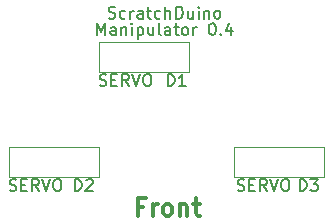
<source format=gto>
G04 (created by PCBNEW (2013-may-18)-stable) date Пт 28 авг 2015 20:41:23*
%MOIN*%
G04 Gerber Fmt 3.4, Leading zero omitted, Abs format*
%FSLAX34Y34*%
G01*
G70*
G90*
G04 APERTURE LIST*
%ADD10C,0.00590551*%
%ADD11C,0.011811*%
%ADD12C,0.00787402*%
%ADD13C,0.00393701*%
G04 APERTURE END LIST*
G54D10*
G54D11*
X50998Y-50479D02*
X50801Y-50479D01*
X50801Y-50789D02*
X50801Y-50198D01*
X51082Y-50198D01*
X51307Y-50789D02*
X51307Y-50395D01*
X51307Y-50507D02*
X51335Y-50451D01*
X51364Y-50423D01*
X51420Y-50395D01*
X51476Y-50395D01*
X51757Y-50789D02*
X51701Y-50760D01*
X51673Y-50732D01*
X51645Y-50676D01*
X51645Y-50507D01*
X51673Y-50451D01*
X51701Y-50423D01*
X51757Y-50395D01*
X51842Y-50395D01*
X51898Y-50423D01*
X51926Y-50451D01*
X51954Y-50507D01*
X51954Y-50676D01*
X51926Y-50732D01*
X51898Y-50760D01*
X51842Y-50789D01*
X51757Y-50789D01*
X52207Y-50395D02*
X52207Y-50789D01*
X52207Y-50451D02*
X52235Y-50423D01*
X52292Y-50395D01*
X52376Y-50395D01*
X52432Y-50423D01*
X52460Y-50479D01*
X52460Y-50789D01*
X52657Y-50395D02*
X52882Y-50395D01*
X52742Y-50198D02*
X52742Y-50704D01*
X52770Y-50760D01*
X52826Y-50789D01*
X52882Y-50789D01*
G54D12*
X49450Y-44759D02*
X49450Y-44365D01*
X49581Y-44646D01*
X49712Y-44365D01*
X49712Y-44759D01*
X50068Y-44759D02*
X50068Y-44553D01*
X50050Y-44515D01*
X50012Y-44496D01*
X49937Y-44496D01*
X49900Y-44515D01*
X50068Y-44740D02*
X50031Y-44759D01*
X49937Y-44759D01*
X49900Y-44740D01*
X49881Y-44703D01*
X49881Y-44665D01*
X49900Y-44628D01*
X49937Y-44609D01*
X50031Y-44609D01*
X50068Y-44590D01*
X50256Y-44496D02*
X50256Y-44759D01*
X50256Y-44534D02*
X50275Y-44515D01*
X50312Y-44496D01*
X50368Y-44496D01*
X50406Y-44515D01*
X50425Y-44553D01*
X50425Y-44759D01*
X50612Y-44759D02*
X50612Y-44496D01*
X50612Y-44365D02*
X50593Y-44384D01*
X50612Y-44403D01*
X50631Y-44384D01*
X50612Y-44365D01*
X50612Y-44403D01*
X50800Y-44496D02*
X50800Y-44890D01*
X50800Y-44515D02*
X50837Y-44496D01*
X50912Y-44496D01*
X50950Y-44515D01*
X50968Y-44534D01*
X50987Y-44571D01*
X50987Y-44684D01*
X50968Y-44721D01*
X50950Y-44740D01*
X50912Y-44759D01*
X50837Y-44759D01*
X50800Y-44740D01*
X51325Y-44496D02*
X51325Y-44759D01*
X51156Y-44496D02*
X51156Y-44703D01*
X51175Y-44740D01*
X51212Y-44759D01*
X51268Y-44759D01*
X51306Y-44740D01*
X51325Y-44721D01*
X51568Y-44759D02*
X51531Y-44740D01*
X51512Y-44703D01*
X51512Y-44365D01*
X51887Y-44759D02*
X51887Y-44553D01*
X51868Y-44515D01*
X51831Y-44496D01*
X51756Y-44496D01*
X51718Y-44515D01*
X51887Y-44740D02*
X51849Y-44759D01*
X51756Y-44759D01*
X51718Y-44740D01*
X51700Y-44703D01*
X51700Y-44665D01*
X51718Y-44628D01*
X51756Y-44609D01*
X51849Y-44609D01*
X51887Y-44590D01*
X52018Y-44496D02*
X52168Y-44496D01*
X52074Y-44365D02*
X52074Y-44703D01*
X52093Y-44740D01*
X52131Y-44759D01*
X52168Y-44759D01*
X52356Y-44759D02*
X52318Y-44740D01*
X52299Y-44721D01*
X52281Y-44684D01*
X52281Y-44571D01*
X52299Y-44534D01*
X52318Y-44515D01*
X52356Y-44496D01*
X52412Y-44496D01*
X52449Y-44515D01*
X52468Y-44534D01*
X52487Y-44571D01*
X52487Y-44684D01*
X52468Y-44721D01*
X52449Y-44740D01*
X52412Y-44759D01*
X52356Y-44759D01*
X52656Y-44759D02*
X52656Y-44496D01*
X52656Y-44571D02*
X52674Y-44534D01*
X52693Y-44515D01*
X52731Y-44496D01*
X52768Y-44496D01*
X53274Y-44365D02*
X53312Y-44365D01*
X53349Y-44384D01*
X53368Y-44403D01*
X53387Y-44440D01*
X53406Y-44515D01*
X53406Y-44609D01*
X53387Y-44684D01*
X53368Y-44721D01*
X53349Y-44740D01*
X53312Y-44759D01*
X53274Y-44759D01*
X53237Y-44740D01*
X53218Y-44721D01*
X53199Y-44684D01*
X53181Y-44609D01*
X53181Y-44515D01*
X53199Y-44440D01*
X53218Y-44403D01*
X53237Y-44384D01*
X53274Y-44365D01*
X53574Y-44721D02*
X53593Y-44740D01*
X53574Y-44759D01*
X53556Y-44740D01*
X53574Y-44721D01*
X53574Y-44759D01*
X53930Y-44496D02*
X53930Y-44759D01*
X53837Y-44346D02*
X53743Y-44628D01*
X53987Y-44628D01*
X49834Y-44190D02*
X49890Y-44209D01*
X49984Y-44209D01*
X50022Y-44190D01*
X50040Y-44171D01*
X50059Y-44134D01*
X50059Y-44096D01*
X50040Y-44059D01*
X50022Y-44040D01*
X49984Y-44021D01*
X49909Y-44003D01*
X49872Y-43984D01*
X49853Y-43965D01*
X49834Y-43928D01*
X49834Y-43890D01*
X49853Y-43853D01*
X49872Y-43834D01*
X49909Y-43815D01*
X50003Y-43815D01*
X50059Y-43834D01*
X50397Y-44190D02*
X50359Y-44209D01*
X50284Y-44209D01*
X50247Y-44190D01*
X50228Y-44171D01*
X50209Y-44134D01*
X50209Y-44021D01*
X50228Y-43984D01*
X50247Y-43965D01*
X50284Y-43946D01*
X50359Y-43946D01*
X50397Y-43965D01*
X50565Y-44209D02*
X50565Y-43946D01*
X50565Y-44021D02*
X50584Y-43984D01*
X50603Y-43965D01*
X50640Y-43946D01*
X50678Y-43946D01*
X50978Y-44209D02*
X50978Y-44003D01*
X50959Y-43965D01*
X50921Y-43946D01*
X50846Y-43946D01*
X50809Y-43965D01*
X50978Y-44190D02*
X50940Y-44209D01*
X50846Y-44209D01*
X50809Y-44190D01*
X50790Y-44153D01*
X50790Y-44115D01*
X50809Y-44078D01*
X50846Y-44059D01*
X50940Y-44059D01*
X50978Y-44040D01*
X51109Y-43946D02*
X51259Y-43946D01*
X51165Y-43815D02*
X51165Y-44153D01*
X51184Y-44190D01*
X51221Y-44209D01*
X51259Y-44209D01*
X51559Y-44190D02*
X51521Y-44209D01*
X51446Y-44209D01*
X51409Y-44190D01*
X51390Y-44171D01*
X51371Y-44134D01*
X51371Y-44021D01*
X51390Y-43984D01*
X51409Y-43965D01*
X51446Y-43946D01*
X51521Y-43946D01*
X51559Y-43965D01*
X51728Y-44209D02*
X51728Y-43815D01*
X51896Y-44209D02*
X51896Y-44003D01*
X51878Y-43965D01*
X51840Y-43946D01*
X51784Y-43946D01*
X51746Y-43965D01*
X51728Y-43984D01*
X52084Y-44209D02*
X52084Y-43815D01*
X52178Y-43815D01*
X52234Y-43834D01*
X52271Y-43871D01*
X52290Y-43909D01*
X52309Y-43984D01*
X52309Y-44040D01*
X52290Y-44115D01*
X52271Y-44153D01*
X52234Y-44190D01*
X52178Y-44209D01*
X52084Y-44209D01*
X52646Y-43946D02*
X52646Y-44209D01*
X52478Y-43946D02*
X52478Y-44153D01*
X52496Y-44190D01*
X52534Y-44209D01*
X52590Y-44209D01*
X52628Y-44190D01*
X52646Y-44171D01*
X52834Y-44209D02*
X52834Y-43946D01*
X52834Y-43815D02*
X52815Y-43834D01*
X52834Y-43853D01*
X52852Y-43834D01*
X52834Y-43815D01*
X52834Y-43853D01*
X53021Y-43946D02*
X53021Y-44209D01*
X53021Y-43984D02*
X53040Y-43965D01*
X53077Y-43946D01*
X53134Y-43946D01*
X53171Y-43965D01*
X53190Y-44003D01*
X53190Y-44209D01*
X53434Y-44209D02*
X53396Y-44190D01*
X53377Y-44171D01*
X53359Y-44134D01*
X53359Y-44021D01*
X53377Y-43984D01*
X53396Y-43965D01*
X53434Y-43946D01*
X53490Y-43946D01*
X53527Y-43965D01*
X53546Y-43984D01*
X53565Y-44021D01*
X53565Y-44134D01*
X53546Y-44171D01*
X53527Y-44190D01*
X53490Y-44209D01*
X53434Y-44209D01*
G54D13*
X49500Y-45000D02*
X52500Y-45000D01*
X52500Y-45000D02*
X52500Y-46000D01*
X52500Y-46000D02*
X49500Y-46000D01*
X49500Y-46000D02*
X49500Y-45000D01*
X46500Y-48500D02*
X49500Y-48500D01*
X49500Y-48500D02*
X49500Y-49500D01*
X49500Y-49500D02*
X46500Y-49500D01*
X46500Y-49500D02*
X46500Y-48500D01*
X57000Y-49500D02*
X54000Y-49500D01*
X54000Y-49500D02*
X54000Y-48500D01*
X54000Y-48500D02*
X57000Y-48500D01*
X57000Y-48500D02*
X57000Y-49500D01*
G54D10*
X51809Y-46459D02*
X51809Y-46065D01*
X51903Y-46065D01*
X51959Y-46084D01*
X51996Y-46121D01*
X52015Y-46159D01*
X52034Y-46234D01*
X52034Y-46290D01*
X52015Y-46365D01*
X51996Y-46403D01*
X51959Y-46440D01*
X51903Y-46459D01*
X51809Y-46459D01*
X52409Y-46459D02*
X52184Y-46459D01*
X52296Y-46459D02*
X52296Y-46065D01*
X52259Y-46121D01*
X52221Y-46159D01*
X52184Y-46178D01*
X49537Y-46440D02*
X49593Y-46459D01*
X49687Y-46459D01*
X49725Y-46440D01*
X49743Y-46421D01*
X49762Y-46384D01*
X49762Y-46346D01*
X49743Y-46309D01*
X49725Y-46290D01*
X49687Y-46271D01*
X49612Y-46253D01*
X49575Y-46234D01*
X49556Y-46215D01*
X49537Y-46178D01*
X49537Y-46140D01*
X49556Y-46103D01*
X49575Y-46084D01*
X49612Y-46065D01*
X49706Y-46065D01*
X49762Y-46084D01*
X49931Y-46253D02*
X50062Y-46253D01*
X50118Y-46459D02*
X49931Y-46459D01*
X49931Y-46065D01*
X50118Y-46065D01*
X50512Y-46459D02*
X50381Y-46271D01*
X50287Y-46459D02*
X50287Y-46065D01*
X50437Y-46065D01*
X50474Y-46084D01*
X50493Y-46103D01*
X50512Y-46140D01*
X50512Y-46196D01*
X50493Y-46234D01*
X50474Y-46253D01*
X50437Y-46271D01*
X50287Y-46271D01*
X50624Y-46065D02*
X50756Y-46459D01*
X50887Y-46065D01*
X51093Y-46065D02*
X51168Y-46065D01*
X51206Y-46084D01*
X51243Y-46121D01*
X51262Y-46196D01*
X51262Y-46328D01*
X51243Y-46403D01*
X51206Y-46440D01*
X51168Y-46459D01*
X51093Y-46459D01*
X51056Y-46440D01*
X51018Y-46403D01*
X50999Y-46328D01*
X50999Y-46196D01*
X51018Y-46121D01*
X51056Y-46084D01*
X51093Y-46065D01*
X48709Y-49959D02*
X48709Y-49565D01*
X48803Y-49565D01*
X48859Y-49584D01*
X48896Y-49621D01*
X48915Y-49659D01*
X48934Y-49734D01*
X48934Y-49790D01*
X48915Y-49865D01*
X48896Y-49903D01*
X48859Y-49940D01*
X48803Y-49959D01*
X48709Y-49959D01*
X49084Y-49603D02*
X49103Y-49584D01*
X49140Y-49565D01*
X49234Y-49565D01*
X49271Y-49584D01*
X49290Y-49603D01*
X49309Y-49640D01*
X49309Y-49678D01*
X49290Y-49734D01*
X49065Y-49959D01*
X49309Y-49959D01*
X46537Y-49940D02*
X46593Y-49959D01*
X46687Y-49959D01*
X46725Y-49940D01*
X46743Y-49921D01*
X46762Y-49884D01*
X46762Y-49846D01*
X46743Y-49809D01*
X46725Y-49790D01*
X46687Y-49771D01*
X46612Y-49753D01*
X46575Y-49734D01*
X46556Y-49715D01*
X46537Y-49678D01*
X46537Y-49640D01*
X46556Y-49603D01*
X46575Y-49584D01*
X46612Y-49565D01*
X46706Y-49565D01*
X46762Y-49584D01*
X46931Y-49753D02*
X47062Y-49753D01*
X47118Y-49959D02*
X46931Y-49959D01*
X46931Y-49565D01*
X47118Y-49565D01*
X47512Y-49959D02*
X47381Y-49771D01*
X47287Y-49959D02*
X47287Y-49565D01*
X47437Y-49565D01*
X47474Y-49584D01*
X47493Y-49603D01*
X47512Y-49640D01*
X47512Y-49696D01*
X47493Y-49734D01*
X47474Y-49753D01*
X47437Y-49771D01*
X47287Y-49771D01*
X47624Y-49565D02*
X47756Y-49959D01*
X47887Y-49565D01*
X48093Y-49565D02*
X48168Y-49565D01*
X48206Y-49584D01*
X48243Y-49621D01*
X48262Y-49696D01*
X48262Y-49828D01*
X48243Y-49903D01*
X48206Y-49940D01*
X48168Y-49959D01*
X48093Y-49959D01*
X48056Y-49940D01*
X48018Y-49903D01*
X47999Y-49828D01*
X47999Y-49696D01*
X48018Y-49621D01*
X48056Y-49584D01*
X48093Y-49565D01*
X56209Y-49959D02*
X56209Y-49565D01*
X56303Y-49565D01*
X56359Y-49584D01*
X56396Y-49621D01*
X56415Y-49659D01*
X56434Y-49734D01*
X56434Y-49790D01*
X56415Y-49865D01*
X56396Y-49903D01*
X56359Y-49940D01*
X56303Y-49959D01*
X56209Y-49959D01*
X56565Y-49565D02*
X56809Y-49565D01*
X56678Y-49715D01*
X56734Y-49715D01*
X56771Y-49734D01*
X56790Y-49753D01*
X56809Y-49790D01*
X56809Y-49884D01*
X56790Y-49921D01*
X56771Y-49940D01*
X56734Y-49959D01*
X56621Y-49959D01*
X56584Y-49940D01*
X56565Y-49921D01*
X54137Y-49940D02*
X54193Y-49959D01*
X54287Y-49959D01*
X54325Y-49940D01*
X54343Y-49921D01*
X54362Y-49884D01*
X54362Y-49846D01*
X54343Y-49809D01*
X54325Y-49790D01*
X54287Y-49771D01*
X54212Y-49753D01*
X54175Y-49734D01*
X54156Y-49715D01*
X54137Y-49678D01*
X54137Y-49640D01*
X54156Y-49603D01*
X54175Y-49584D01*
X54212Y-49565D01*
X54306Y-49565D01*
X54362Y-49584D01*
X54531Y-49753D02*
X54662Y-49753D01*
X54718Y-49959D02*
X54531Y-49959D01*
X54531Y-49565D01*
X54718Y-49565D01*
X55112Y-49959D02*
X54981Y-49771D01*
X54887Y-49959D02*
X54887Y-49565D01*
X55037Y-49565D01*
X55074Y-49584D01*
X55093Y-49603D01*
X55112Y-49640D01*
X55112Y-49696D01*
X55093Y-49734D01*
X55074Y-49753D01*
X55037Y-49771D01*
X54887Y-49771D01*
X55224Y-49565D02*
X55356Y-49959D01*
X55487Y-49565D01*
X55693Y-49565D02*
X55768Y-49565D01*
X55806Y-49584D01*
X55843Y-49621D01*
X55862Y-49696D01*
X55862Y-49828D01*
X55843Y-49903D01*
X55806Y-49940D01*
X55768Y-49959D01*
X55693Y-49959D01*
X55656Y-49940D01*
X55618Y-49903D01*
X55599Y-49828D01*
X55599Y-49696D01*
X55618Y-49621D01*
X55656Y-49584D01*
X55693Y-49565D01*
M02*

</source>
